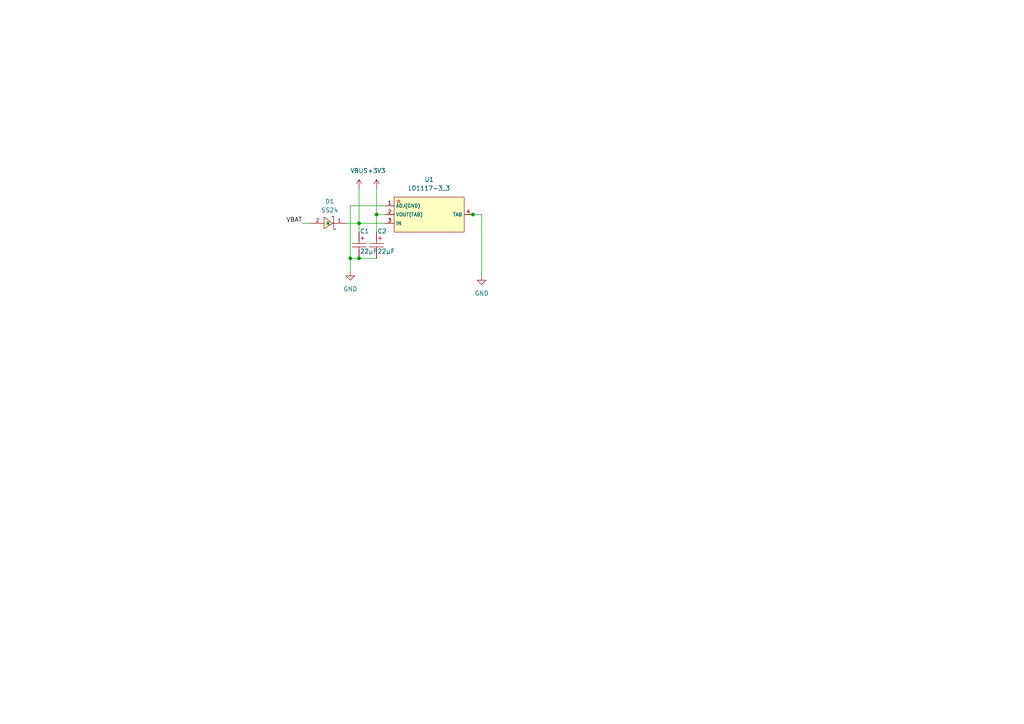
<source format=kicad_sch>
(kicad_sch (version 20231120) (generator "eeschema") (generator_version "8.0")
  (paper "A4")
  (title_block (title "3.3V Voltage Regulator Fragment") (date "2025-01-17") (rev "0.1.0") (comment 1 "John Romkey"))
  (lib_symbols
    (symbol "TAJA226K010RNJ_1" (pin_numbers hide) (pin_names hide)
      (property "Reference" "C" (at 0 1.27 0))
      (property "Value" "TAJA226K010RNJ" (at 0 -2.54 0))
      (symbol "TAJA226K010RNJ_1_0_1"
        (polyline (pts (xy -0.508 -2.032) (xy -0.508 2.032)))
        (polyline (pts (xy -0.508 0) (xy -1.27 0)))
        (polyline (pts (xy 0.508 -2.032) (xy 0.508 2.032)))
        (polyline (pts (xy 1.27 0) (xy 0.508 0)))
        (polyline (pts (xy 2.032 -1.524) (xy 2.032 -0.508)))
        (polyline (pts (xy 2.54 -1.016) (xy 1.524 -1.016)))
        (pin input line (at 3.81 0 180) (length 2.54) (name "1") (number "1"))
        (pin input line (at -3.81 0 0) (length 2.54) (name "2") (number "2"))
      )
    )
    (symbol "easyeda2kicad.kicad_sym:LD1117-3_3"
      (property "Reference" "U2" (at 0 10.16 0))
      (property "Value" "LD1117-3_3" (at 0 7.62 0))
      (symbol "LD1117-3_3_0_1"
        (rectangle (start -10.16 5.08) (end 10.16 -5.08) (fill (type background)))
        (circle (center -8.89 3.81) (radius 0.381) (fill (type background)))
        (pin power_in line (at -12.7 2.54 0) (length 2.54) (name "ADJ(GND)") (number "1"))
        (pin power_out line (at -12.7 0 0) (length 2.54) (name "VOUT(TAB)") (number "2"))
        (pin power_in line (at -12.7 -2.54 0) (length 2.54) (name "IN") (number "3"))
        (pin unspecified line (at 12.7 0 180) (length 2.54) (name "TAB") (number "4"))
      )
    )
    (symbol "easyeda2kicad.kicad_sym:SS24_C35501"
      (property "Reference" "D" (at 0 1.27 0))
      (property "Value" "SS24_C35501" (at 0 -2.54 0))
      (symbol "SS24_C35501_0_1"
        (polyline (pts (xy 1.27 1.524) (xy -1.27 0) (xy 1.27 -1.778) (xy 1.27 1.524)) (fill (type background)))
        (polyline (pts (xy -2.032 1.524) (xy -2.032 1.778) (xy -1.524 1.778) (xy -1.524 -2.032) (xy -1.016 -2.032) (xy -1.016 -1.778)))
        (pin unspecified line (at -5.08 0 0) (length 3.81) (name "K") (number "1"))
        (pin unspecified line (at 5.08 0 180) (length 3.81) (name "A") (number "2"))
      )
    )
    (symbol "easyeda2kicad.kicad_sym:TAJA226K010RNJ" (pin_numbers hide) (pin_names hide)
      (property "Reference" "C" (at 0 1.27 0))
      (property "Value" "TAJA226K010RNJ" (at 0 -2.54 0))
      (symbol "TAJA226K010RNJ_0_1"
        (polyline (pts (xy -0.508 -2.032) (xy -0.508 2.032)))
        (polyline (pts (xy -0.508 0) (xy -1.27 0)))
        (polyline (pts (xy 0.508 -2.032) (xy 0.508 2.032)))
        (polyline (pts (xy 1.27 0) (xy 0.508 0)))
        (polyline (pts (xy 2.032 -1.524) (xy 2.032 -0.508)))
        (polyline (pts (xy 2.54 -1.016) (xy 1.524 -1.016)))
        (pin input line (at 3.81 0 180) (length 2.54) (name "1") (number "1"))
        (pin input line (at -3.81 0 0) (length 2.54) (name "2") (number "2"))
      )
    )
    (symbol "power:+3V3" (power) (pin_numbers hide) (pin_names (offset 0) hide)
      (property "Value" "+3V3" (at 0 3.556 0))
      (symbol "+3V3_0_1"
        (polyline (pts (xy -0.762 1.27) (xy 0 2.54)))
        (polyline (pts (xy 0 0) (xy 0 2.54)))
        (polyline (pts (xy 0 2.54) (xy 0.762 1.27)))
      )
      (symbol "+3V3_1_1"
        (pin power_in line (at 0 0 90) (length 0) (name "~") (number "1"))
      )
    )
    (symbol "power:+5V" (power) (pin_numbers hide) (pin_names (offset 0) hide)
      (property "Value" "+5V" (at 0 3.556 0))
      (symbol "+5V_0_1"
        (polyline (pts (xy -0.762 1.27) (xy 0 2.54)))
        (polyline (pts (xy 0 0) (xy 0 2.54)))
        (polyline (pts (xy 0 2.54) (xy 0.762 1.27)))
      )
      (symbol "+5V_1_1"
        (pin power_in line (at 0 0 90) (length 0) (name "~") (number "1"))
      )
    )
    (symbol "power:GND" (power) (pin_numbers hide) (pin_names (offset 0) hide)
      (property "Value" "GND" (at 0 -3.81 0))
      (symbol "GND_0_1"
        (polyline (pts (xy 0 0) (xy 0 -1.27) (xy 1.27 -1.27) (xy 0 -2.54) (xy -1.27 -1.27) (xy 0 -1.27)))
      )
      (symbol "GND_1_1"
        (pin power_in line (at 0 0 270) (length 0) (name "~") (number "1"))
      )
    )
  )
  (junction (at 109.22 62.23))
  (junction (at 104.14 64.77))
  (junction (at 101.6 74.93))
  (junction (at 137.16 62.23))
  (junction (at 104.14 74.93))
  (wire (pts (xy 104.14 74.93) (xy 109.22 74.93)))
  (wire (pts (xy 101.6 74.93) (xy 104.14 74.93)))
  (wire (pts (xy 87.63 64.77) (xy 90.17 64.77)))
  (wire (pts (xy 109.22 54.61) (xy 109.22 62.23)))
  (wire (pts (xy 111.76 59.69) (xy 101.6 59.69)))
  (wire (pts (xy 135.89 62.23) (xy 137.16 62.23)))
  (wire (pts (xy 139.7 62.23) (xy 139.7 80.01)))
  (wire (pts (xy 100.33 64.77) (xy 104.14 64.77)))
  (wire (pts (xy 104.14 54.61) (xy 104.14 64.77)))
  (wire (pts (xy 101.6 74.93) (xy 101.6 78.74)))
  (wire (pts (xy 104.14 64.77) (xy 104.14 67.31)))
  (wire (pts (xy 101.6 59.69) (xy 101.6 74.93)))
  (wire (pts (xy 137.16 62.23) (xy 139.7 62.23)))
  (wire (pts (xy 109.22 62.23) (xy 109.22 67.31)))
  (wire (pts (xy 111.76 64.77) (xy 104.14 64.77)))
  (wire (pts (xy 111.76 62.23) (xy 109.22 62.23)))
  (label "VBAT" (at 87.63 64.77 180))
  (symbol (lib_id "easyeda2kicad.kicad_sym:LD1117-3_3") (at 124.46 62.23 0) (unit 1)
    (property "Reference" "U1" (at 124.46 52.07 0))
    (property "Value" "LD1117-3_3" (at 124.46 54.61 0))
    (property "Footprint" "footprint:SOT-223_L6.7-W3.5-P2.30-BR" (effects (hide yes)))
    (property "Datasheet" "https://item.szlcsc.com/245102.html" (effects (hide yes)))
    (property "LCSC" "C347229" (effects (hide yes)))
  )
  (symbol (lib_id "power:+3V3") (at 109.22 54.61 0) (unit 1)
    (property "Reference" "#PWR03" (effects (hide yes)))
    (property "Value" "+3V3" (at 109.22 49.53 0))
    (property "Description" "Power symbol creates a global label with name \"+3V3\"" (effects (hide yes)))
  )
  (symbol (lib_id "power:GND") (at 101.6 78.74 0) (unit 1)
    (property "Reference" "#PWR01" (effects (hide yes)))
    (property "Value" "GND" (at 101.6 83.82 0))
    (property "Description" "Power symbol creates a global label with name \"GND\" , ground" (effects (hide yes)))
  )
  (symbol (lib_id "easyeda2kicad.kicad_sym:SS24_C35501") (at 95.25 64.77 180) (unit 1)
    (property "Reference" "D1" (at 95.631 58.42 0))
    (property "Value" "SS24" (at 95.631 60.96 0))
    (property "Footprint" "footprint:SMB_L4.6-W3.6-LS5.3-RD" (effects (hide yes)))
    (property "Datasheet" "https://item.szlcsc.com/288502.html" (effects (hide yes)))
    (property "LCSC" "C35501" (effects (hide yes)))
  )
  (symbol (lib_id "easyeda2kicad.kicad_sym:TAJA226K010RNJ") (at 109.22 71.12 90) (unit 1)
    (property "Reference" "C2" (at 109.474 67.056 90) (effects (justify right)))
    (property "Value" "22µF" (at 109.474 72.898 90) (effects (justify right)))
    (property "Footprint" "Capacitor_SMD:CP_Elec_4x5.4" (effects (hide yes)))
    (property "Datasheet" "https://item.szlcsc.com/2057730.html" (effects (hide yes)))
    (property "LCSC" "C72502" (effects (hide yes)))
  )
  (symbol (lib_id "power:GND") (at 139.7 80.01 0) (unit 1)
    (property "Reference" "#PWR04" (effects (hide yes)))
    (property "Value" "GND" (at 139.7 85.09 0))
    (property "Description" "Power symbol creates a global label with name \"GND\" , ground" (effects (hide yes)))
  )
  (symbol (lib_id "power:+5V") (at 104.14 54.61 0) (unit 1)
    (property "Reference" "#PWR02" (effects (hide yes)))
    (property "Value" "VBUS" (at 104.14 49.53 0))
    (property "Description" "Power symbol creates a global label with name \"+5V\"" (effects (hide yes)))
  )
  (symbol (lib_name "TAJA226K010RNJ_1") (lib_id "easyeda2kicad.kicad_sym:TAJA226K010RNJ") (at 104.14 71.12 90) (unit 1)
    (property "Reference" "C1" (at 104.394 67.056 90) (effects (justify right)))
    (property "Value" "22µF" (at 104.394 72.898 90) (effects (justify right)))
    (property "Footprint" "Capacitor_SMD:CP_Elec_4x5.4" (effects (hide yes)))
    (property "Datasheet" "https://item.szlcsc.com/2057730.html" (effects (hide yes)))
    (property "LCSC" "C72502" (effects (hide yes)))
  )
)
</source>
